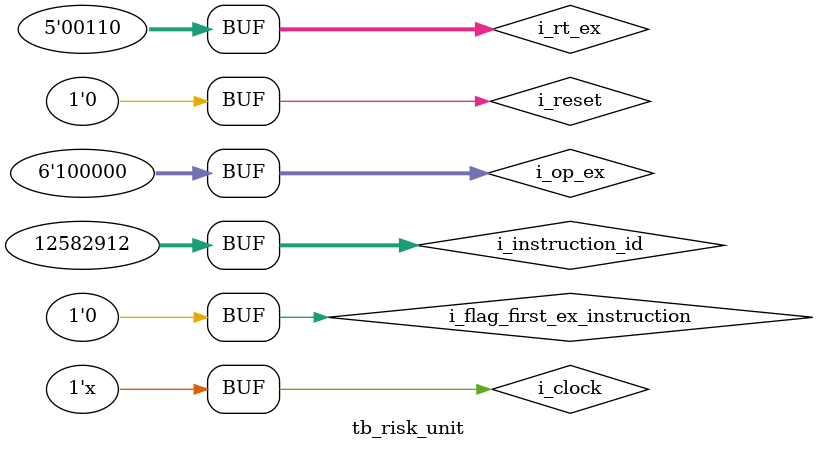
<source format=v>
`timescale 1ns / 1ps


module tb_risk_unit#(
    parameter SIZE_REG = 32,
    parameter SIZE_MEMORY= 320
)
();

    reg i_clock, i_reset, i_flag_first_ex_instruction;
    reg [4:0] i_rs_ex, i_rt_ex, i_rd_ex;
    reg [SIZE_REG-1:0] i_instruction_id;
    reg [5:0] i_op_ex;
    wire o_arithmetic_risk_flag, o_load_flag, o_no_load_pc_flag; 
    
    risk_unit my_risk_unit(
    .i_clk(i_clock),
    .i_reset(i_reset),
    .i_flag_first_ex_instruction(i_flag_first_ex_instruction),
    
    .i_rs_ex(i_rs_ex),
    .i_rd_ex(i_rd_ex),
    .i_rt_ex(i_rt_ex),
    .i_op_ex(i_op_ex),
    
    .i_instruction_id(i_instruction_id),
    
    .o_arithmetic_risk_flag(o_arithmetic_risk_flag),
    .o_load_flag(o_load_flag),
    .o_no_load_pc_flag(o_no_load_pc_flag)
//    .o_flag_bne(o_flag_bne),
//    .o_flag_beq(o_flag_beq)
    );
    
 always #500 i_clock=~i_clock;
 
 initial begin
 
    //ARRANCA TODO
    i_clock = 0;
    #1000
    i_reset = 1; 
    #1000
    i_reset = 0;
    
    //LOAD TEST
    i_flag_first_ex_instruction=1;
    #1000
    i_flag_first_ex_instruction=0;
    i_op_ex=6'b100000;
    
    i_rt_ex=6;
    i_instruction_id=32'b00000000110000000000000000000000;
    
//    i_instruction_id= 32'b00000000110000000000000000000000;
//    #1000
//    //ARITHMETIC RISK TEST
//    i_op_ex=5'b00000;
//    i_rd_ex=6;
//    i_instruction_id= 32'b00000000110000000000000000000000;
//    #1000
//    #1000
//    //BRANCH TEST
//    i_op_ex=6'b000101;
//    #1000
//    i_op_ex=6'b000100;
    
 end
 
 
 endmodule
    
</source>
